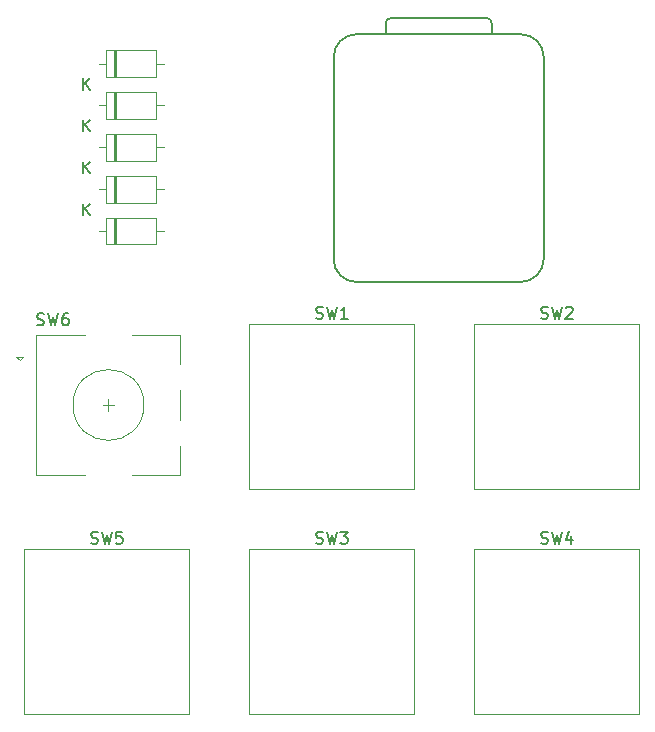
<source format=gbr>
%TF.GenerationSoftware,KiCad,Pcbnew,9.0.6*%
%TF.CreationDate,2026-01-21T21:50:30-06:00*%
%TF.ProjectId,test test,74657374-2074-4657-9374-2e6b69636164,rev?*%
%TF.SameCoordinates,Original*%
%TF.FileFunction,Legend,Top*%
%TF.FilePolarity,Positive*%
%FSLAX46Y46*%
G04 Gerber Fmt 4.6, Leading zero omitted, Abs format (unit mm)*
G04 Created by KiCad (PCBNEW 9.0.6) date 2026-01-21 21:50:30*
%MOMM*%
%LPD*%
G01*
G04 APERTURE LIST*
%ADD10C,0.150000*%
%ADD11C,0.120000*%
%ADD12C,0.127000*%
%ADD13C,0.100000*%
G04 APERTURE END LIST*
D10*
X71838095Y-62454819D02*
X71838095Y-61454819D01*
X72409523Y-62454819D02*
X71980952Y-61883390D01*
X72409523Y-61454819D02*
X71838095Y-62026247D01*
X67929167Y-78813400D02*
X68072024Y-78861019D01*
X68072024Y-78861019D02*
X68310119Y-78861019D01*
X68310119Y-78861019D02*
X68405357Y-78813400D01*
X68405357Y-78813400D02*
X68452976Y-78765780D01*
X68452976Y-78765780D02*
X68500595Y-78670542D01*
X68500595Y-78670542D02*
X68500595Y-78575304D01*
X68500595Y-78575304D02*
X68452976Y-78480066D01*
X68452976Y-78480066D02*
X68405357Y-78432447D01*
X68405357Y-78432447D02*
X68310119Y-78384828D01*
X68310119Y-78384828D02*
X68119643Y-78337209D01*
X68119643Y-78337209D02*
X68024405Y-78289590D01*
X68024405Y-78289590D02*
X67976786Y-78241971D01*
X67976786Y-78241971D02*
X67929167Y-78146733D01*
X67929167Y-78146733D02*
X67929167Y-78051495D01*
X67929167Y-78051495D02*
X67976786Y-77956257D01*
X67976786Y-77956257D02*
X68024405Y-77908638D01*
X68024405Y-77908638D02*
X68119643Y-77861019D01*
X68119643Y-77861019D02*
X68357738Y-77861019D01*
X68357738Y-77861019D02*
X68500595Y-77908638D01*
X68833929Y-77861019D02*
X69072024Y-78861019D01*
X69072024Y-78861019D02*
X69262500Y-78146733D01*
X69262500Y-78146733D02*
X69452976Y-78861019D01*
X69452976Y-78861019D02*
X69691072Y-77861019D01*
X70500595Y-77861019D02*
X70310119Y-77861019D01*
X70310119Y-77861019D02*
X70214881Y-77908638D01*
X70214881Y-77908638D02*
X70167262Y-77956257D01*
X70167262Y-77956257D02*
X70072024Y-78099114D01*
X70072024Y-78099114D02*
X70024405Y-78289590D01*
X70024405Y-78289590D02*
X70024405Y-78670542D01*
X70024405Y-78670542D02*
X70072024Y-78765780D01*
X70072024Y-78765780D02*
X70119643Y-78813400D01*
X70119643Y-78813400D02*
X70214881Y-78861019D01*
X70214881Y-78861019D02*
X70405357Y-78861019D01*
X70405357Y-78861019D02*
X70500595Y-78813400D01*
X70500595Y-78813400D02*
X70548214Y-78765780D01*
X70548214Y-78765780D02*
X70595833Y-78670542D01*
X70595833Y-78670542D02*
X70595833Y-78432447D01*
X70595833Y-78432447D02*
X70548214Y-78337209D01*
X70548214Y-78337209D02*
X70500595Y-78289590D01*
X70500595Y-78289590D02*
X70405357Y-78241971D01*
X70405357Y-78241971D02*
X70214881Y-78241971D01*
X70214881Y-78241971D02*
X70119643Y-78289590D01*
X70119643Y-78289590D02*
X70072024Y-78337209D01*
X70072024Y-78337209D02*
X70024405Y-78432447D01*
X110585467Y-97308200D02*
X110728324Y-97355819D01*
X110728324Y-97355819D02*
X110966419Y-97355819D01*
X110966419Y-97355819D02*
X111061657Y-97308200D01*
X111061657Y-97308200D02*
X111109276Y-97260580D01*
X111109276Y-97260580D02*
X111156895Y-97165342D01*
X111156895Y-97165342D02*
X111156895Y-97070104D01*
X111156895Y-97070104D02*
X111109276Y-96974866D01*
X111109276Y-96974866D02*
X111061657Y-96927247D01*
X111061657Y-96927247D02*
X110966419Y-96879628D01*
X110966419Y-96879628D02*
X110775943Y-96832009D01*
X110775943Y-96832009D02*
X110680705Y-96784390D01*
X110680705Y-96784390D02*
X110633086Y-96736771D01*
X110633086Y-96736771D02*
X110585467Y-96641533D01*
X110585467Y-96641533D02*
X110585467Y-96546295D01*
X110585467Y-96546295D02*
X110633086Y-96451057D01*
X110633086Y-96451057D02*
X110680705Y-96403438D01*
X110680705Y-96403438D02*
X110775943Y-96355819D01*
X110775943Y-96355819D02*
X111014038Y-96355819D01*
X111014038Y-96355819D02*
X111156895Y-96403438D01*
X111490229Y-96355819D02*
X111728324Y-97355819D01*
X111728324Y-97355819D02*
X111918800Y-96641533D01*
X111918800Y-96641533D02*
X112109276Y-97355819D01*
X112109276Y-97355819D02*
X112347372Y-96355819D01*
X113156895Y-96689152D02*
X113156895Y-97355819D01*
X112918800Y-96308200D02*
X112680705Y-97022485D01*
X112680705Y-97022485D02*
X113299752Y-97022485D01*
X72485467Y-97308200D02*
X72628324Y-97355819D01*
X72628324Y-97355819D02*
X72866419Y-97355819D01*
X72866419Y-97355819D02*
X72961657Y-97308200D01*
X72961657Y-97308200D02*
X73009276Y-97260580D01*
X73009276Y-97260580D02*
X73056895Y-97165342D01*
X73056895Y-97165342D02*
X73056895Y-97070104D01*
X73056895Y-97070104D02*
X73009276Y-96974866D01*
X73009276Y-96974866D02*
X72961657Y-96927247D01*
X72961657Y-96927247D02*
X72866419Y-96879628D01*
X72866419Y-96879628D02*
X72675943Y-96832009D01*
X72675943Y-96832009D02*
X72580705Y-96784390D01*
X72580705Y-96784390D02*
X72533086Y-96736771D01*
X72533086Y-96736771D02*
X72485467Y-96641533D01*
X72485467Y-96641533D02*
X72485467Y-96546295D01*
X72485467Y-96546295D02*
X72533086Y-96451057D01*
X72533086Y-96451057D02*
X72580705Y-96403438D01*
X72580705Y-96403438D02*
X72675943Y-96355819D01*
X72675943Y-96355819D02*
X72914038Y-96355819D01*
X72914038Y-96355819D02*
X73056895Y-96403438D01*
X73390229Y-96355819D02*
X73628324Y-97355819D01*
X73628324Y-97355819D02*
X73818800Y-96641533D01*
X73818800Y-96641533D02*
X74009276Y-97355819D01*
X74009276Y-97355819D02*
X74247372Y-96355819D01*
X75104514Y-96355819D02*
X74628324Y-96355819D01*
X74628324Y-96355819D02*
X74580705Y-96832009D01*
X74580705Y-96832009D02*
X74628324Y-96784390D01*
X74628324Y-96784390D02*
X74723562Y-96736771D01*
X74723562Y-96736771D02*
X74961657Y-96736771D01*
X74961657Y-96736771D02*
X75056895Y-96784390D01*
X75056895Y-96784390D02*
X75104514Y-96832009D01*
X75104514Y-96832009D02*
X75152133Y-96927247D01*
X75152133Y-96927247D02*
X75152133Y-97165342D01*
X75152133Y-97165342D02*
X75104514Y-97260580D01*
X75104514Y-97260580D02*
X75056895Y-97308200D01*
X75056895Y-97308200D02*
X74961657Y-97355819D01*
X74961657Y-97355819D02*
X74723562Y-97355819D01*
X74723562Y-97355819D02*
X74628324Y-97308200D01*
X74628324Y-97308200D02*
X74580705Y-97260580D01*
X91535467Y-78258200D02*
X91678324Y-78305819D01*
X91678324Y-78305819D02*
X91916419Y-78305819D01*
X91916419Y-78305819D02*
X92011657Y-78258200D01*
X92011657Y-78258200D02*
X92059276Y-78210580D01*
X92059276Y-78210580D02*
X92106895Y-78115342D01*
X92106895Y-78115342D02*
X92106895Y-78020104D01*
X92106895Y-78020104D02*
X92059276Y-77924866D01*
X92059276Y-77924866D02*
X92011657Y-77877247D01*
X92011657Y-77877247D02*
X91916419Y-77829628D01*
X91916419Y-77829628D02*
X91725943Y-77782009D01*
X91725943Y-77782009D02*
X91630705Y-77734390D01*
X91630705Y-77734390D02*
X91583086Y-77686771D01*
X91583086Y-77686771D02*
X91535467Y-77591533D01*
X91535467Y-77591533D02*
X91535467Y-77496295D01*
X91535467Y-77496295D02*
X91583086Y-77401057D01*
X91583086Y-77401057D02*
X91630705Y-77353438D01*
X91630705Y-77353438D02*
X91725943Y-77305819D01*
X91725943Y-77305819D02*
X91964038Y-77305819D01*
X91964038Y-77305819D02*
X92106895Y-77353438D01*
X92440229Y-77305819D02*
X92678324Y-78305819D01*
X92678324Y-78305819D02*
X92868800Y-77591533D01*
X92868800Y-77591533D02*
X93059276Y-78305819D01*
X93059276Y-78305819D02*
X93297372Y-77305819D01*
X94202133Y-78305819D02*
X93630705Y-78305819D01*
X93916419Y-78305819D02*
X93916419Y-77305819D01*
X93916419Y-77305819D02*
X93821181Y-77448676D01*
X93821181Y-77448676D02*
X93725943Y-77543914D01*
X93725943Y-77543914D02*
X93630705Y-77591533D01*
X71838095Y-66004819D02*
X71838095Y-65004819D01*
X72409523Y-66004819D02*
X71980952Y-65433390D01*
X72409523Y-65004819D02*
X71838095Y-65576247D01*
X71838095Y-58904819D02*
X71838095Y-57904819D01*
X72409523Y-58904819D02*
X71980952Y-58333390D01*
X72409523Y-57904819D02*
X71838095Y-58476247D01*
X91535467Y-97308200D02*
X91678324Y-97355819D01*
X91678324Y-97355819D02*
X91916419Y-97355819D01*
X91916419Y-97355819D02*
X92011657Y-97308200D01*
X92011657Y-97308200D02*
X92059276Y-97260580D01*
X92059276Y-97260580D02*
X92106895Y-97165342D01*
X92106895Y-97165342D02*
X92106895Y-97070104D01*
X92106895Y-97070104D02*
X92059276Y-96974866D01*
X92059276Y-96974866D02*
X92011657Y-96927247D01*
X92011657Y-96927247D02*
X91916419Y-96879628D01*
X91916419Y-96879628D02*
X91725943Y-96832009D01*
X91725943Y-96832009D02*
X91630705Y-96784390D01*
X91630705Y-96784390D02*
X91583086Y-96736771D01*
X91583086Y-96736771D02*
X91535467Y-96641533D01*
X91535467Y-96641533D02*
X91535467Y-96546295D01*
X91535467Y-96546295D02*
X91583086Y-96451057D01*
X91583086Y-96451057D02*
X91630705Y-96403438D01*
X91630705Y-96403438D02*
X91725943Y-96355819D01*
X91725943Y-96355819D02*
X91964038Y-96355819D01*
X91964038Y-96355819D02*
X92106895Y-96403438D01*
X92440229Y-96355819D02*
X92678324Y-97355819D01*
X92678324Y-97355819D02*
X92868800Y-96641533D01*
X92868800Y-96641533D02*
X93059276Y-97355819D01*
X93059276Y-97355819D02*
X93297372Y-96355819D01*
X93583086Y-96355819D02*
X94202133Y-96355819D01*
X94202133Y-96355819D02*
X93868800Y-96736771D01*
X93868800Y-96736771D02*
X94011657Y-96736771D01*
X94011657Y-96736771D02*
X94106895Y-96784390D01*
X94106895Y-96784390D02*
X94154514Y-96832009D01*
X94154514Y-96832009D02*
X94202133Y-96927247D01*
X94202133Y-96927247D02*
X94202133Y-97165342D01*
X94202133Y-97165342D02*
X94154514Y-97260580D01*
X94154514Y-97260580D02*
X94106895Y-97308200D01*
X94106895Y-97308200D02*
X94011657Y-97355819D01*
X94011657Y-97355819D02*
X93725943Y-97355819D01*
X93725943Y-97355819D02*
X93630705Y-97308200D01*
X93630705Y-97308200D02*
X93583086Y-97260580D01*
X71838095Y-69554819D02*
X71838095Y-68554819D01*
X72409523Y-69554819D02*
X71980952Y-68983390D01*
X72409523Y-68554819D02*
X71838095Y-69126247D01*
X110585467Y-78258200D02*
X110728324Y-78305819D01*
X110728324Y-78305819D02*
X110966419Y-78305819D01*
X110966419Y-78305819D02*
X111061657Y-78258200D01*
X111061657Y-78258200D02*
X111109276Y-78210580D01*
X111109276Y-78210580D02*
X111156895Y-78115342D01*
X111156895Y-78115342D02*
X111156895Y-78020104D01*
X111156895Y-78020104D02*
X111109276Y-77924866D01*
X111109276Y-77924866D02*
X111061657Y-77877247D01*
X111061657Y-77877247D02*
X110966419Y-77829628D01*
X110966419Y-77829628D02*
X110775943Y-77782009D01*
X110775943Y-77782009D02*
X110680705Y-77734390D01*
X110680705Y-77734390D02*
X110633086Y-77686771D01*
X110633086Y-77686771D02*
X110585467Y-77591533D01*
X110585467Y-77591533D02*
X110585467Y-77496295D01*
X110585467Y-77496295D02*
X110633086Y-77401057D01*
X110633086Y-77401057D02*
X110680705Y-77353438D01*
X110680705Y-77353438D02*
X110775943Y-77305819D01*
X110775943Y-77305819D02*
X111014038Y-77305819D01*
X111014038Y-77305819D02*
X111156895Y-77353438D01*
X111490229Y-77305819D02*
X111728324Y-78305819D01*
X111728324Y-78305819D02*
X111918800Y-77591533D01*
X111918800Y-77591533D02*
X112109276Y-78305819D01*
X112109276Y-78305819D02*
X112347372Y-77305819D01*
X112680705Y-77401057D02*
X112728324Y-77353438D01*
X112728324Y-77353438D02*
X112823562Y-77305819D01*
X112823562Y-77305819D02*
X113061657Y-77305819D01*
X113061657Y-77305819D02*
X113156895Y-77353438D01*
X113156895Y-77353438D02*
X113204514Y-77401057D01*
X113204514Y-77401057D02*
X113252133Y-77496295D01*
X113252133Y-77496295D02*
X113252133Y-77591533D01*
X113252133Y-77591533D02*
X113204514Y-77734390D01*
X113204514Y-77734390D02*
X112633086Y-78305819D01*
X112633086Y-78305819D02*
X113252133Y-78305819D01*
D11*
%TO.C,D5*%
X73140000Y-63800000D02*
X73790000Y-63800000D01*
X74390000Y-62680000D02*
X74390000Y-64920000D01*
X74510000Y-62680000D02*
X74510000Y-64920000D01*
X74630000Y-62680000D02*
X74630000Y-64920000D01*
X78680000Y-63800000D02*
X78030000Y-63800000D01*
X73790000Y-62680000D02*
X78030000Y-62680000D01*
X78030000Y-64920000D01*
X73790000Y-64920000D01*
X73790000Y-62680000D01*
%TO.C,SW6*%
X66162500Y-81506200D02*
X66762500Y-81506200D01*
X66462500Y-81806200D02*
X66162500Y-81506200D01*
X66762500Y-81506200D02*
X66462500Y-81806200D01*
X67862500Y-79706200D02*
X67862500Y-91506200D01*
X71962500Y-79706200D02*
X67862500Y-79706200D01*
X71962500Y-91506200D02*
X67862500Y-91506200D01*
X73462500Y-85606200D02*
X74462500Y-85606200D01*
X73962500Y-85106200D02*
X73962500Y-86106200D01*
X75962500Y-79706200D02*
X80062500Y-79706200D01*
X80062500Y-79706200D02*
X80062500Y-82106200D01*
X80062500Y-84306200D02*
X80062500Y-86906200D01*
X80062500Y-89106200D02*
X80062500Y-91506200D01*
X80062500Y-91506200D02*
X75962500Y-91506200D01*
X76962500Y-85606200D02*
G75*
G02*
X70962500Y-85606200I-3000000J0D01*
G01*
X70962500Y-85606200D02*
G75*
G02*
X76962500Y-85606200I3000000J0D01*
G01*
%TO.C,SW4*%
X104933800Y-97790000D02*
X118903800Y-97790000D01*
X104933800Y-111760000D02*
X104933800Y-97790000D01*
X118903800Y-97790000D02*
X118903800Y-111760000D01*
X118903800Y-111760000D02*
X104933800Y-111760000D01*
%TO.C,SW5*%
X66833800Y-97790000D02*
X80803800Y-97790000D01*
X66833800Y-111760000D02*
X66833800Y-97790000D01*
X80803800Y-97790000D02*
X80803800Y-111760000D01*
X80803800Y-111760000D02*
X66833800Y-111760000D01*
%TO.C,SW1*%
X85883800Y-78740000D02*
X99853800Y-78740000D01*
X85883800Y-92710000D02*
X85883800Y-78740000D01*
X99853800Y-78740000D02*
X99853800Y-92710000D01*
X99853800Y-92710000D02*
X85883800Y-92710000D01*
%TO.C,D6*%
X73140000Y-67350000D02*
X73790000Y-67350000D01*
X74390000Y-66230000D02*
X74390000Y-68470000D01*
X74510000Y-66230000D02*
X74510000Y-68470000D01*
X74630000Y-66230000D02*
X74630000Y-68470000D01*
X78680000Y-67350000D02*
X78030000Y-67350000D01*
X73790000Y-66230000D02*
X78030000Y-66230000D01*
X78030000Y-68470000D01*
X73790000Y-68470000D01*
X73790000Y-66230000D01*
%TO.C,D4*%
X73140000Y-60250000D02*
X73790000Y-60250000D01*
X74390000Y-59130000D02*
X74390000Y-61370000D01*
X74510000Y-59130000D02*
X74510000Y-61370000D01*
X74630000Y-59130000D02*
X74630000Y-61370000D01*
X78680000Y-60250000D02*
X78030000Y-60250000D01*
X73790000Y-59130000D02*
X78030000Y-59130000D01*
X78030000Y-61370000D01*
X73790000Y-61370000D01*
X73790000Y-59130000D01*
%TO.C,SW3*%
X85883800Y-97790000D02*
X99853800Y-97790000D01*
X85883800Y-111760000D02*
X85883800Y-97790000D01*
X99853800Y-97790000D02*
X99853800Y-111760000D01*
X99853800Y-111760000D02*
X85883800Y-111760000D01*
%TO.C,D7*%
X73140000Y-70900000D02*
X73790000Y-70900000D01*
X74390000Y-69780000D02*
X74390000Y-72020000D01*
X74510000Y-69780000D02*
X74510000Y-72020000D01*
X74630000Y-69780000D02*
X74630000Y-72020000D01*
X78680000Y-70900000D02*
X78030000Y-70900000D01*
X73790000Y-69780000D02*
X78030000Y-69780000D01*
X78030000Y-72020000D01*
X73790000Y-72020000D01*
X73790000Y-69780000D01*
%TO.C,SW2*%
X104933800Y-78740000D02*
X118903800Y-78740000D01*
X104933800Y-92710000D02*
X104933800Y-78740000D01*
X118903800Y-78740000D02*
X118903800Y-92710000D01*
X118903800Y-92710000D02*
X104933800Y-92710000D01*
%TO.C,D3*%
X73140000Y-56700000D02*
X73790000Y-56700000D01*
X74390000Y-55580000D02*
X74390000Y-57820000D01*
X74510000Y-55580000D02*
X74510000Y-57820000D01*
X74630000Y-55580000D02*
X74630000Y-57820000D01*
X78680000Y-56700000D02*
X78030000Y-56700000D01*
X73790000Y-55580000D02*
X78030000Y-55580000D01*
X78030000Y-57820000D01*
X73790000Y-57820000D01*
X73790000Y-55580000D01*
D12*
%TO.C,U1*%
X93027500Y-73279000D02*
X93027500Y-56134000D01*
X94932500Y-75184000D02*
X108902500Y-75184000D01*
X97422500Y-54229000D02*
X97426228Y-53318728D01*
X97926228Y-52819000D02*
X105921500Y-52819000D01*
X106421500Y-53319000D02*
X106421500Y-54229000D01*
D13*
X108902500Y-54229000D02*
X94932500Y-54229000D01*
D12*
X108902500Y-54229000D02*
X94932500Y-54229000D01*
X110807500Y-73279000D02*
X110807500Y-56134000D01*
X93027500Y-56134000D02*
G75*
G02*
X94932500Y-54229000I1905001J-1D01*
G01*
X94932500Y-75184000D02*
G75*
G02*
X93027500Y-73279000I1J1905001D01*
G01*
X97426228Y-53318728D02*
G75*
G02*
X97926228Y-52819001I500018J-291D01*
G01*
X105921500Y-52819000D02*
G75*
G02*
X106421500Y-53319000I0J-500000D01*
G01*
X108902500Y-54229000D02*
G75*
G02*
X110807500Y-56134000I0J-1905000D01*
G01*
X110807500Y-73279000D02*
G75*
G02*
X108902500Y-75184000I-1905000J0D01*
G01*
%TD*%
M02*

</source>
